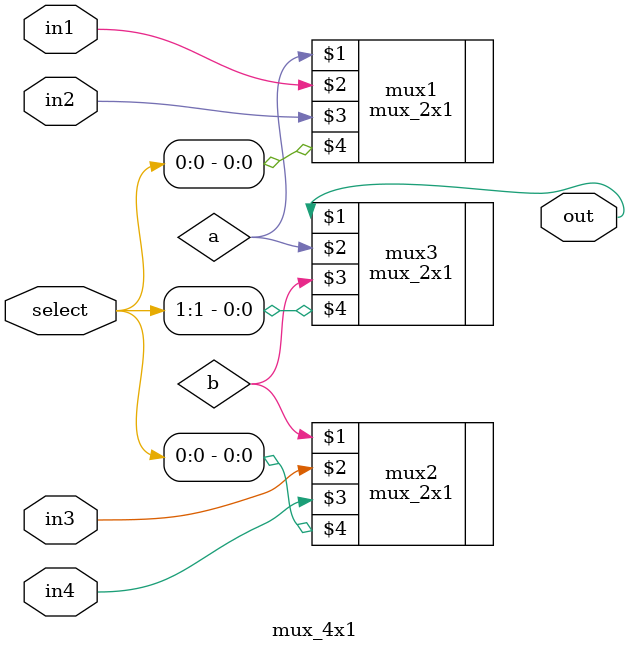
<source format=v>
module mux_4x1 (out, in1, in2, in3, in4, select);
input in1, in2, in3, in4;
input [1:0] select;
output out;
wire a, b;

mux_2x1 mux1(a, in1, in2, select[0]);
mux_2x1 mux2(b, in3, in4, select[0]);
mux_2x1 mux3(out, a, b, select[1]);

endmodule
</source>
